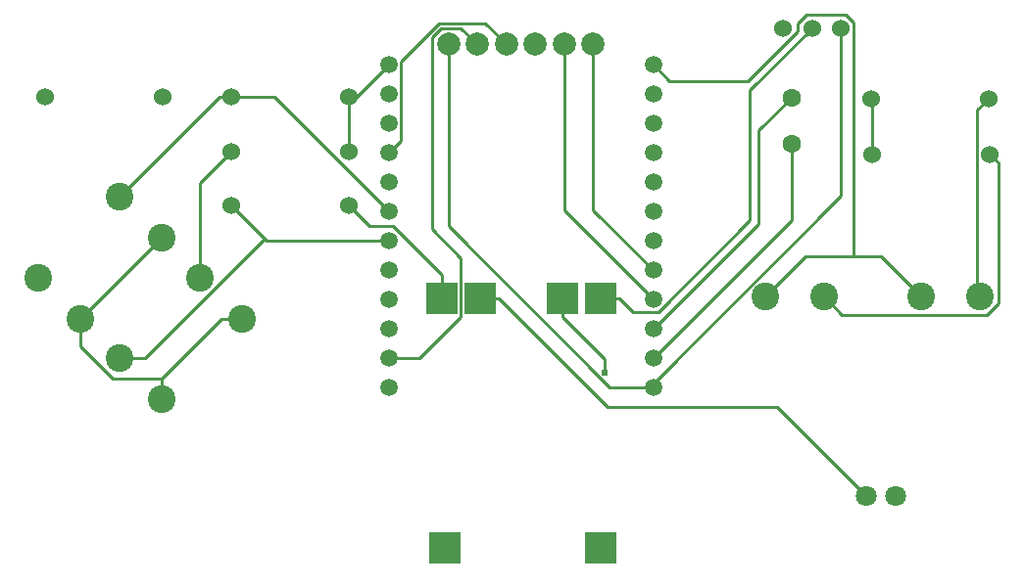
<source format=gbl>
G04 Layer: BottomLayer*
G04 EasyEDA v6.4.19.5, 2021-06-24T18:33:29+08:00*
G04 aead1162afaa444bbc7f75adb803ea33,99b1a7aa48a248eb80d1c8c93250a523,10*
G04 Gerber Generator version 0.2*
G04 Scale: 100 percent, Rotated: No, Reflected: No *
G04 Dimensions in millimeters *
G04 leading zeros omitted , absolute positions ,4 integer and 5 decimal *
%FSLAX45Y45*%
%MOMM*%

%ADD11C,0.2600*%
%ADD12C,0.6100*%
%ADD13C,1.5240*%
%ADD15C,1.8000*%
%ADD16C,1.6000*%
%ADD17C,2.4000*%
%ADD18C,1.5000*%
%ADD19C,2.0000*%

%LPD*%
D11*
X5689600Y13982700D02*
G01*
X5689600Y12547600D01*
X6210300Y12026900D01*
X5439663Y13982700D02*
G01*
X5439663Y12543536D01*
X6210300Y11772900D01*
X4689602Y13982700D02*
G01*
X4548377Y14123924D01*
X4379468Y14123924D01*
X4297679Y14041881D01*
X4297679Y12382500D01*
X4545838Y12134342D01*
X4545838Y11620245D01*
X4190491Y11264900D01*
X3924300Y11264900D01*
X4939538Y13982700D02*
G01*
X4755895Y14166342D01*
X4361941Y14166342D01*
X4031741Y13835887D01*
X4031741Y13150342D01*
X3924300Y13042900D01*
X1262126Y11609070D02*
G01*
X1960625Y12307570D01*
X1960625Y11090910D02*
G01*
X1960625Y10910570D01*
X2659125Y11609070D02*
G01*
X2479040Y11609070D01*
X1960625Y11090910D01*
X1960625Y11090910D02*
G01*
X1540255Y11090910D01*
X1262126Y11368786D01*
X1262126Y11609070D01*
X6210300Y13804900D02*
G01*
X6348729Y13666470D01*
X7025131Y13666470D01*
X7456931Y14098270D01*
X7456931Y14163039D01*
X7530084Y14236192D01*
X7874000Y14236192D01*
X7943088Y14167104D01*
X7943088Y12144502D01*
X8521700Y11798300D02*
G01*
X8175497Y12144502D01*
X7943088Y12144502D01*
X7943088Y12144502D02*
G01*
X7521702Y12144502D01*
X7175500Y11798300D01*
X2293874Y11962129D02*
G01*
X2293874Y12784074D01*
X2565400Y13055600D01*
X1595373Y11263629D02*
G01*
X1819147Y11263629D01*
X2853436Y12297663D01*
X3924300Y12280900D02*
G01*
X2870200Y12280900D01*
X2853436Y12297663D01*
X2853436Y12297663D02*
G01*
X2565400Y12585700D01*
X3924300Y12534900D02*
G01*
X2933700Y13525500D01*
X2565400Y13525500D01*
X1595373Y12660629D02*
G01*
X2460243Y13525500D01*
X2565400Y13525500D01*
X5788913Y11142218D02*
G01*
X5788913Y11255502D01*
X5422900Y11621262D01*
X5422900Y11785600D02*
G01*
X5422900Y11621262D01*
X4711700Y11785600D02*
G01*
X4876038Y11785600D01*
X8051800Y10071100D02*
G01*
X7277861Y10845037D01*
X5816345Y10845037D01*
X5816345Y10845037D01*
X4876038Y11785600D01*
X3924300Y13804900D02*
G01*
X3644900Y13525500D01*
X3581400Y13525500D01*
X3581400Y13055600D02*
G01*
X3581400Y13525500D01*
X3581400Y12585700D02*
G01*
X3759200Y12407900D01*
X3960622Y12407900D01*
X4381500Y11987021D01*
X4381500Y11785600D01*
X7683500Y11798300D02*
G01*
X7840218Y11641581D01*
X9090659Y11641581D01*
X9191752Y11742420D01*
X9191752Y12957047D01*
X9118600Y13030200D01*
X9029700Y11798300D02*
G01*
X9010904Y11817095D01*
X9010904Y13417804D01*
X9105900Y13512800D01*
X5917438Y11785600D02*
G01*
X6037325Y11665458D01*
X6251447Y11665458D01*
X7045197Y12459208D01*
X7045197Y13585697D01*
X7581900Y14122400D01*
X5753100Y11785600D02*
G01*
X5917438Y11785600D01*
X7831836Y14122400D02*
G01*
X7831836Y12669265D01*
X6210300Y11047729D01*
X6210300Y11010900D01*
X6210300Y11010900D02*
G01*
X5835650Y11010900D01*
X4439665Y12406884D01*
X4439665Y13982700D01*
X8102600Y13030200D02*
G01*
X8102600Y13500100D01*
X8089900Y13512800D01*
X6210300Y11264900D02*
G01*
X7404100Y12458700D01*
X7404100Y13122402D01*
X7404100Y13522197D02*
G01*
X7121143Y13239242D01*
X7121143Y12429744D01*
X6210300Y11518900D01*
D13*
G01*
X7831912Y14122400D03*
G01*
X7581900Y14122400D03*
G01*
X7331913Y14122400D03*
G01*
X8089900Y13512800D03*
G01*
X9105900Y13512800D03*
G01*
X8102600Y13030200D03*
G01*
X9118600Y13030200D03*
G36*
X5888098Y9491599D02*
G01*
X5888098Y9761598D01*
X5618099Y9761598D01*
X5618099Y9491599D01*
G37*
G36*
X4541898Y9491599D02*
G01*
X4541898Y9761598D01*
X4271899Y9761598D01*
X4271899Y9491599D01*
G37*
G36*
X4516498Y11650599D02*
G01*
X4516498Y11920598D01*
X4246499Y11920598D01*
X4246499Y11650599D01*
G37*
G36*
X5888098Y11650599D02*
G01*
X5888098Y11920598D01*
X5618099Y11920598D01*
X5618099Y11650599D01*
G37*
G36*
X4846698Y11650599D02*
G01*
X4846698Y11920598D01*
X4576699Y11920598D01*
X4576699Y11650599D01*
G37*
G36*
X5557898Y11650599D02*
G01*
X5557898Y11920598D01*
X5287899Y11920598D01*
X5287899Y11650599D01*
G37*
D15*
G01*
X8305800Y10071100D03*
G01*
X8051800Y10071100D03*
D13*
G01*
X1968500Y13525500D03*
G01*
X952500Y13525500D03*
G01*
X3581400Y13525500D03*
G01*
X2565400Y13525500D03*
G01*
X3581400Y12585700D03*
G01*
X2565400Y12585700D03*
G01*
X3581400Y13055600D03*
G01*
X2565400Y13055600D03*
D16*
G01*
X7404100Y13522197D03*
G01*
X7404100Y13122402D03*
D17*
G01*
X1960702Y12307646D03*
G01*
X1595297Y12660553D03*
G01*
X1960702Y10910646D03*
G01*
X1595297Y11263553D03*
G01*
X2659227Y11609146D03*
G01*
X2293772Y11962053D03*
G01*
X1262202Y11609146D03*
G01*
X896797Y11962053D03*
G01*
X7683500Y11798300D03*
G01*
X7175500Y11798300D03*
G01*
X9029700Y11798300D03*
G01*
X8521700Y11798300D03*
D18*
G01*
X3924300Y13804900D03*
G01*
X3924300Y13550900D03*
G01*
X3924300Y13296900D03*
G01*
X3924300Y13042900D03*
G01*
X3924300Y12788900D03*
G01*
X3924300Y12534900D03*
G01*
X3924300Y12280900D03*
G01*
X3924300Y12026900D03*
G01*
X3924300Y11772900D03*
G01*
X3924300Y11518900D03*
G01*
X3924300Y11264900D03*
G01*
X3924300Y11010900D03*
G01*
X6210300Y13804900D03*
G01*
X6210300Y13550900D03*
G01*
X6210300Y13296900D03*
G01*
X6210300Y13042900D03*
G01*
X6210300Y12788900D03*
G01*
X6210300Y12534900D03*
G01*
X6210300Y12280900D03*
G01*
X6210300Y11772900D03*
G01*
X6210300Y12026900D03*
G01*
X6210300Y11518900D03*
G01*
X6210300Y11264900D03*
G01*
X6210300Y11010900D03*
D19*
G01*
X5689600Y13982700D03*
G01*
X5439663Y13982700D03*
G01*
X5189474Y13982700D03*
G01*
X4939538Y13982700D03*
G01*
X4689602Y13982700D03*
G01*
X4439665Y13982700D03*
D12*
G01*
X5788913Y11142218D03*
M02*

</source>
